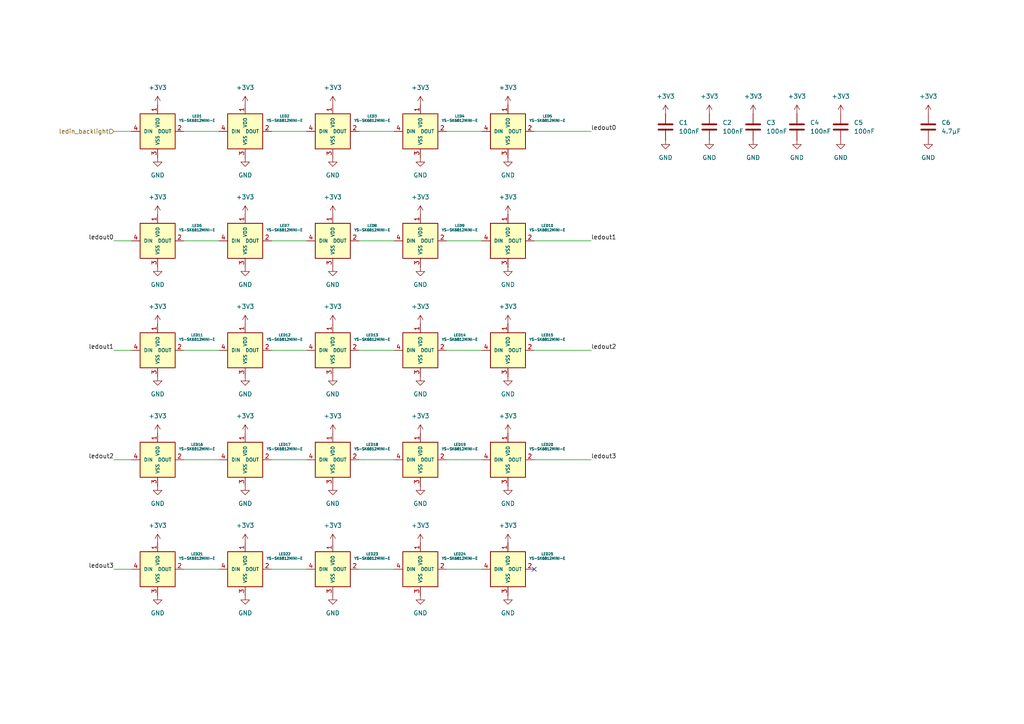
<source format=kicad_sch>
(kicad_sch (version 20231120) (generator "eeschema") (generator_version "8.0")
  (paper "A4")
  (title_block (title "LED key backlight") (date "2024-11-18") (rev "v0.99") (company "Robo productions"))
  (lib_symbols
    (symbol "Device:C" (pin_numbers hide) (pin_names (offset 0.254))
      (property "Reference" "C" (at 0.635 2.54 0))
      (property "Value" "C" (at 0.635 -2.54 0))
      (symbol "C_0_1"
        (polyline (pts (xy -2.032 -0.762) (xy 2.032 -0.762)) (stroke (width 0.508)))
        (polyline (pts (xy -2.032 0.762) (xy 2.032 0.762)) (stroke (width 0.508)))
      )
      (symbol "C_1_1"
        (pin passive line (at 0 3.81 270) (length 2.794) (name "~") (number "1"))
        (pin passive line (at 0 -3.81 90) (length 2.794) (name "~") (number "2"))
      )
    )
    (symbol "Stelarlib:YS-SK6812MINI-E" (pin_names (offset 1.016))
      (property "Reference" "LED" (at 2.54 -7.62 0))
      (property "Value" "YS-SK6812MINI-E" (at 6.35 -6.35 0))
      (symbol "YS-SK6812MINI-E_0_1"
        (rectangle (start -5.08 5.08) (end 5.08 -5.08) (stroke (width 0.254)) (fill (type background)))
      )
      (symbol "YS-SK6812MINI-E_1_1"
        (pin power_in line (at 0 7.62 270) (length 2.54) (name "VDD") (number "1"))
        (pin output line (at 7.62 0 180) (length 2.54) (name "DOUT") (number "2"))
        (pin power_in line (at 0 -7.62 90) (length 2.54) (name "VSS") (number "3"))
        (pin input line (at -7.62 0 0) (length 2.54) (name "DIN") (number "4"))
      )
    )
    (symbol "power:+3V3" (power) (pin_numbers hide) (pin_names (offset 0) hide)
      (property "Value" "+3V3" (at 0 3.556 0))
      (symbol "+3V3_0_1"
        (polyline (pts (xy -0.762 1.27) (xy 0 2.54)))
        (polyline (pts (xy 0 0) (xy 0 2.54)))
        (polyline (pts (xy 0 2.54) (xy 0.762 1.27)))
      )
      (symbol "+3V3_1_1"
        (pin power_in line (at 0 0 90) (length 0) (name "~") (number "1"))
      )
    )
    (symbol "power:GND" (power) (pin_numbers hide) (pin_names (offset 0) hide)
      (property "Value" "GND" (at 0 -3.81 0))
      (symbol "GND_0_1"
        (polyline (pts (xy 0 0) (xy 0 -1.27) (xy 1.27 -1.27) (xy 0 -2.54) (xy -1.27 -1.27) (xy 0 -1.27)))
      )
      (symbol "GND_1_1"
        (pin power_in line (at 0 0 270) (length 0) (name "~") (number "1"))
      )
    )
  )
  (no_connect (at 154.94 165.1))
  (wire (pts (xy 104.14 165.1) (xy 114.3 165.1)))
  (wire (pts (xy 78.74 38.1) (xy 88.9 38.1)))
  (wire (pts (xy 104.14 38.1) (xy 114.3 38.1)))
  (wire (pts (xy 78.74 165.1) (xy 88.9 165.1)))
  (wire (pts (xy 78.74 133.35) (xy 88.9 133.35)))
  (wire (pts (xy 53.34 101.6) (xy 63.5 101.6)))
  (wire (pts (xy 78.74 69.85) (xy 88.9 69.85)))
  (wire (pts (xy 33.02 165.1) (xy 38.1 165.1)))
  (wire (pts (xy 104.14 133.35) (xy 114.3 133.35)))
  (wire (pts (xy 53.34 133.35) (xy 63.5 133.35)))
  (wire (pts (xy 104.14 69.85) (xy 114.3 69.85)))
  (wire (pts (xy 33.02 69.85) (xy 38.1 69.85)))
  (wire (pts (xy 53.34 165.1) (xy 63.5 165.1)))
  (wire (pts (xy 129.54 38.1) (xy 139.7 38.1)))
  (wire (pts (xy 33.02 101.6) (xy 38.1 101.6)))
  (wire (pts (xy 53.34 69.85) (xy 63.5 69.85)))
  (wire (pts (xy 154.94 38.1) (xy 171.45 38.1)))
  (wire (pts (xy 129.54 69.85) (xy 139.7 69.85)))
  (wire (pts (xy 33.02 133.35) (xy 38.1 133.35)))
  (wire (pts (xy 154.94 69.85) (xy 171.45 69.85)))
  (wire (pts (xy 53.34 38.1) (xy 63.5 38.1)))
  (wire (pts (xy 78.74 101.6) (xy 88.9 101.6)))
  (wire (pts (xy 129.54 133.35) (xy 139.7 133.35)))
  (wire (pts (xy 154.94 101.6) (xy 171.45 101.6)))
  (wire (pts (xy 154.94 133.35) (xy 171.45 133.35)))
  (wire (pts (xy 129.54 101.6) (xy 139.7 101.6)))
  (wire (pts (xy 129.54 165.1) (xy 139.7 165.1)))
  (wire (pts (xy 104.14 101.6) (xy 114.3 101.6)))
  (wire (pts (xy 33.02 38.1) (xy 38.1 38.1)))
  (label "ledout0" (at 171.45 38.1 0))
  (label "ledout2" (at 33.02 133.35 180))
  (label "ledout1" (at 171.45 69.85 0))
  (label "ledout3" (at 171.45 133.35 0))
  (label "ledout3" (at 33.02 165.1 180))
  (label "ledout1" (at 33.02 101.6 180))
  (label "ledout2" (at 171.45 101.6 0))
  (label "ledout0" (at 33.02 69.85 180))
  (hierarchical_label "ledin_backlight" (shape input) (at 33.02 38.1 180))
  (symbol (lib_id "power:GND") (at 71.12 140.97 0) (unit 1)
    (property "Reference" "#PWR065" (effects (hide yes)))
    (property "Value" "GND" (at 71.12 146.05 0))
    (property "Description" "Power symbol creates a global label with name \"GND\" , ground" (effects (hide yes)))
  )
  (symbol (lib_id "power:GND") (at 121.92 109.22 0) (unit 1)
    (property "Reference" "#PWR057" (effects (hide yes)))
    (property "Value" "GND" (at 121.92 114.3 0))
    (property "Description" "Power symbol creates a global label with name \"GND\" , ground" (effects (hide yes)))
  )
  (symbol (lib_id "power:+3V3") (at 121.92 93.98 0) (unit 1)
    (property "Reference" "#PWR052" (effects (hide yes)))
    (property "Value" "+3V3" (at 121.92 88.9 0))
    (property "Description" "Power symbol creates a global label with name \"+3V3\"" (effects (hide yes)))
  )
  (symbol (lib_id "power:+3V3") (at 147.32 30.48 0) (unit 1)
    (property "Reference" "#PWR021" (effects (hide yes)))
    (property "Value" "+3V3" (at 147.32 25.4 0))
    (property "Description" "Power symbol creates a global label with name \"+3V3\"" (effects (hide yes)))
  )
  (symbol (lib_id "Stelarlib:YS-SK6812MINI-E") (at 45.72 133.35 0) (unit 1)
    (property "Reference" "LED16" (at 57.15 128.9365 0) (effects (font (size 0.7366 0.7366))))
    (property "Value" "YS-SK6812MINI-E" (at 57.15 130.2065 0) (effects (font (size 0.7366 0.7366))))
    (property "Footprint" "Stellarlib:YS-SK6812MINI-E" (effects (hide yes)))
  )
  (symbol (lib_id "power:+3V3") (at 147.32 125.73 0) (unit 1)
    (property "Reference" "#PWR063" (effects (hide yes)))
    (property "Value" "+3V3" (at 147.32 120.65 0))
    (property "Description" "Power symbol creates a global label with name \"+3V3\"" (effects (hide yes)))
  )
  (symbol (lib_id "power:GND") (at 147.32 140.97 0) (unit 1)
    (property "Reference" "#PWR068" (effects (hide yes)))
    (property "Value" "GND" (at 147.32 146.05 0))
    (property "Description" "Power symbol creates a global label with name \"GND\" , ground" (effects (hide yes)))
  )
  (symbol (lib_id "Stelarlib:YS-SK6812MINI-E") (at 96.52 38.1 0) (unit 1)
    (property "Reference" "LED3" (at 107.95 33.6865 0) (effects (font (size 0.7366 0.7366))))
    (property "Value" "YS-SK6812MINI-E" (at 107.95 34.9565 0) (effects (font (size 0.7366 0.7366))))
    (property "Footprint" "Stellarlib:YS-SK6812MINI-E" (effects (hide yes)))
  )
  (symbol (lib_id "Stelarlib:YS-SK6812MINI-E") (at 121.92 133.35 0) (unit 1)
    (property "Reference" "LED19" (at 133.35 128.9365 0) (effects (font (size 0.7366 0.7366))))
    (property "Value" "YS-SK6812MINI-E" (at 133.35 130.2065 0) (effects (font (size 0.7366 0.7366))))
    (property "Footprint" "Stellarlib:YS-SK6812MINI-E" (effects (hide yes)))
  )
  (symbol (lib_id "power:+3V3") (at 193.04 33.02 0) (unit 1)
    (property "Reference" "#PWR022" (effects (hide yes)))
    (property "Value" "+3V3" (at 193.04 27.94 0))
    (property "Description" "Power symbol creates a global label with name \"+3V3\"" (effects (hide yes)))
  )
  (symbol (lib_id "Stelarlib:YS-SK6812MINI-E") (at 147.32 165.1 0) (unit 1)
    (property "Reference" "LED25" (at 158.75 160.6865 0) (effects (font (size 0.7366 0.7366))))
    (property "Value" "YS-SK6812MINI-E" (at 158.75 161.9565 0) (effects (font (size 0.7366 0.7366))))
    (property "Footprint" "Stellarlib:YS-SK6812MINI-E" (effects (hide yes)))
  )
  (symbol (lib_id "power:+3V3") (at 96.52 93.98 0) (unit 1)
    (property "Reference" "#PWR051" (effects (hide yes)))
    (property "Value" "+3V3" (at 96.52 88.9 0))
    (property "Description" "Power symbol creates a global label with name \"+3V3\"" (effects (hide yes)))
  )
  (symbol (lib_id "power:GND") (at 45.72 77.47 0) (unit 1)
    (property "Reference" "#PWR044" (effects (hide yes)))
    (property "Value" "GND" (at 45.72 82.55 0))
    (property "Description" "Power symbol creates a global label with name \"GND\" , ground" (effects (hide yes)))
  )
  (symbol (lib_id "power:GND") (at 45.72 140.97 0) (unit 1)
    (property "Reference" "#PWR064" (effects (hide yes)))
    (property "Value" "GND" (at 45.72 146.05 0))
    (property "Description" "Power symbol creates a global label with name \"GND\" , ground" (effects (hide yes)))
  )
  (symbol (lib_id "Device:C") (at 243.84 36.83 0) (unit 1)
    (property "Reference" "C5" (at 247.65 35.5599 0) (effects (justify left)))
    (property "Value" "100nF" (at 247.65 38.0999 0) (effects (justify left)))
    (property "Footprint" "Capacitor_SMD:C_0805_2012Metric" (effects (hide yes)))
    (property "Description" "Unpolarized capacitor" (effects (hide yes)))
  )
  (symbol (lib_id "power:+3V3") (at 218.44 33.02 0) (unit 1)
    (property "Reference" "#PWR024" (effects (hide yes)))
    (property "Value" "+3V3" (at 218.44 27.94 0))
    (property "Description" "Power symbol creates a global label with name \"+3V3\"" (effects (hide yes)))
  )
  (symbol (lib_id "power:GND") (at 71.12 77.47 0) (unit 1)
    (property "Reference" "#PWR045" (effects (hide yes)))
    (property "Value" "GND" (at 71.12 82.55 0))
    (property "Description" "Power symbol creates a global label with name \"GND\" , ground" (effects (hide yes)))
  )
  (symbol (lib_id "power:+3V3") (at 243.84 33.02 0) (unit 1)
    (property "Reference" "#PWR026" (effects (hide yes)))
    (property "Value" "+3V3" (at 243.84 27.94 0))
    (property "Description" "Power symbol creates a global label with name \"+3V3\"" (effects (hide yes)))
  )
  (symbol (lib_id "power:GND") (at 121.92 77.47 0) (unit 1)
    (property "Reference" "#PWR047" (effects (hide yes)))
    (property "Value" "GND" (at 121.92 82.55 0))
    (property "Description" "Power symbol creates a global label with name \"GND\" , ground" (effects (hide yes)))
  )
  (symbol (lib_id "power:+3V3") (at 96.52 30.48 0) (unit 1)
    (property "Reference" "#PWR019" (effects (hide yes)))
    (property "Value" "+3V3" (at 96.52 25.4 0))
    (property "Description" "Power symbol creates a global label with name \"+3V3\"" (effects (hide yes)))
  )
  (symbol (lib_id "Stelarlib:YS-SK6812MINI-E") (at 96.52 101.6 0) (unit 1)
    (property "Reference" "LED13" (at 107.95 97.1865 0) (effects (font (size 0.7366 0.7366))))
    (property "Value" "YS-SK6812MINI-E" (at 107.95 98.4565 0) (effects (font (size 0.7366 0.7366))))
    (property "Footprint" "Stellarlib:YS-SK6812MINI-E" (effects (hide yes)))
  )
  (symbol (lib_id "power:GND") (at 45.72 109.22 0) (unit 1)
    (property "Reference" "#PWR054" (effects (hide yes)))
    (property "Value" "GND" (at 45.72 114.3 0))
    (property "Description" "Power symbol creates a global label with name \"GND\" , ground" (effects (hide yes)))
  )
  (symbol (lib_id "power:+3V3") (at 96.52 157.48 0) (unit 1)
    (property "Reference" "#PWR071" (effects (hide yes)))
    (property "Value" "+3V3" (at 96.52 152.4 0))
    (property "Description" "Power symbol creates a global label with name \"+3V3\"" (effects (hide yes)))
  )
  (symbol (lib_id "power:GND") (at 147.32 109.22 0) (unit 1)
    (property "Reference" "#PWR058" (effects (hide yes)))
    (property "Value" "GND" (at 147.32 114.3 0))
    (property "Description" "Power symbol creates a global label with name \"GND\" , ground" (effects (hide yes)))
  )
  (symbol (lib_id "power:+3V3") (at 71.12 157.48 0) (unit 1)
    (property "Reference" "#PWR070" (effects (hide yes)))
    (property "Value" "+3V3" (at 71.12 152.4 0))
    (property "Description" "Power symbol creates a global label with name \"+3V3\"" (effects (hide yes)))
  )
  (symbol (lib_id "power:+3V3") (at 269.24 33.02 0) (unit 1)
    (property "Reference" "#PWR027" (effects (hide yes)))
    (property "Value" "+3V3" (at 269.24 27.94 0))
    (property "Description" "Power symbol creates a global label with name \"+3V3\"" (effects (hide yes)))
  )
  (symbol (lib_id "power:GND") (at 121.92 172.72 0) (unit 1)
    (property "Reference" "#PWR077" (effects (hide yes)))
    (property "Value" "GND" (at 121.92 177.8 0))
    (property "Description" "Power symbol creates a global label with name \"GND\" , ground" (effects (hide yes)))
  )
  (symbol (lib_id "power:GND") (at 218.44 40.64 0) (unit 1)
    (property "Reference" "#PWR030" (effects (hide yes)))
    (property "Value" "GND" (at 218.44 45.72 0))
    (property "Description" "Power symbol creates a global label with name \"GND\" , ground" (effects (hide yes)))
  )
  (symbol (lib_id "Stelarlib:YS-SK6812MINI-E") (at 147.32 69.85 0) (unit 1)
    (property "Reference" "LED10" (at 158.75 65.4365 0) (effects (font (size 0.7366 0.7366))))
    (property "Value" "YS-SK6812MINI-E" (at 158.75 66.7065 0) (effects (font (size 0.7366 0.7366))))
    (property "Footprint" "Stellarlib:YS-SK6812MINI-E" (effects (hide yes)))
  )
  (symbol (lib_id "Device:C") (at 218.44 36.83 0) (unit 1)
    (property "Reference" "C3" (at 222.25 35.5599 0) (effects (justify left)))
    (property "Value" "100nF" (at 222.25 38.0999 0) (effects (justify left)))
    (property "Footprint" "Capacitor_SMD:C_0805_2012Metric" (effects (hide yes)))
    (property "Description" "Unpolarized capacitor" (effects (hide yes)))
  )
  (symbol (lib_id "power:+3V3") (at 45.72 157.48 0) (unit 1)
    (property "Reference" "#PWR069" (effects (hide yes)))
    (property "Value" "+3V3" (at 45.72 152.4 0))
    (property "Description" "Power symbol creates a global label with name \"+3V3\"" (effects (hide yes)))
  )
  (symbol (lib_id "Stelarlib:YS-SK6812MINI-E") (at 45.72 165.1 0) (unit 1)
    (property "Reference" "LED21" (at 57.15 160.6865 0) (effects (font (size 0.7366 0.7366))))
    (property "Value" "YS-SK6812MINI-E" (at 57.15 161.9565 0) (effects (font (size 0.7366 0.7366))))
    (property "Footprint" "Stellarlib:YS-SK6812MINI-E" (effects (hide yes)))
  )
  (symbol (lib_id "power:+3V3") (at 231.14 33.02 0) (unit 1)
    (property "Reference" "#PWR025" (effects (hide yes)))
    (property "Value" "+3V3" (at 231.14 27.94 0))
    (property "Description" "Power symbol creates a global label with name \"+3V3\"" (effects (hide yes)))
  )
  (symbol (lib_id "power:GND") (at 147.32 45.72 0) (unit 1)
    (property "Reference" "#PWR038" (effects (hide yes)))
    (property "Value" "GND" (at 147.32 50.8 0))
    (property "Description" "Power symbol creates a global label with name \"GND\" , ground" (effects (hide yes)))
  )
  (symbol (lib_id "power:+3V3") (at 71.12 62.23 0) (unit 1)
    (property "Reference" "#PWR040" (effects (hide yes)))
    (property "Value" "+3V3" (at 71.12 57.15 0))
    (property "Description" "Power symbol creates a global label with name \"+3V3\"" (effects (hide yes)))
  )
  (symbol (lib_id "power:GND") (at 147.32 77.47 0) (unit 1)
    (property "Reference" "#PWR048" (effects (hide yes)))
    (property "Value" "GND" (at 147.32 82.55 0))
    (property "Description" "Power symbol creates a global label with name \"GND\" , ground" (effects (hide yes)))
  )
  (symbol (lib_id "power:GND") (at 71.12 109.22 0) (unit 1)
    (property "Reference" "#PWR055" (effects (hide yes)))
    (property "Value" "GND" (at 71.12 114.3 0))
    (property "Description" "Power symbol creates a global label with name \"GND\" , ground" (effects (hide yes)))
  )
  (symbol (lib_id "power:GND") (at 96.52 140.97 0) (unit 1)
    (property "Reference" "#PWR066" (effects (hide yes)))
    (property "Value" "GND" (at 96.52 146.05 0))
    (property "Description" "Power symbol creates a global label with name \"GND\" , ground" (effects (hide yes)))
  )
  (symbol (lib_id "power:+3V3") (at 71.12 125.73 0) (unit 1)
    (property "Reference" "#PWR060" (effects (hide yes)))
    (property "Value" "+3V3" (at 71.12 120.65 0))
    (property "Description" "Power symbol creates a global label with name \"+3V3\"" (effects (hide yes)))
  )
  (symbol (lib_id "Stelarlib:YS-SK6812MINI-E") (at 121.92 101.6 0) (unit 1)
    (property "Reference" "LED14" (at 133.35 97.1865 0) (effects (font (size 0.7366 0.7366))))
    (property "Value" "YS-SK6812MINI-E" (at 133.35 98.4565 0) (effects (font (size 0.7366 0.7366))))
    (property "Footprint" "Stellarlib:YS-SK6812MINI-E" (effects (hide yes)))
  )
  (symbol (lib_id "power:GND") (at 45.72 45.72 0) (unit 1)
    (property "Reference" "#PWR034" (effects (hide yes)))
    (property "Value" "GND" (at 45.72 50.8 0))
    (property "Description" "Power symbol creates a global label with name \"GND\" , ground" (effects (hide yes)))
  )
  (symbol (lib_id "power:GND") (at 71.12 172.72 0) (unit 1)
    (property "Reference" "#PWR075" (effects (hide yes)))
    (property "Value" "GND" (at 71.12 177.8 0))
    (property "Description" "Power symbol creates a global label with name \"GND\" , ground" (effects (hide yes)))
  )
  (symbol (lib_id "power:GND") (at 96.52 45.72 0) (unit 1)
    (property "Reference" "#PWR036" (effects (hide yes)))
    (property "Value" "GND" (at 96.52 50.8 0))
    (property "Description" "Power symbol creates a global label with name \"GND\" , ground" (effects (hide yes)))
  )
  (symbol (lib_id "power:GND") (at 205.74 40.64 0) (unit 1)
    (property "Reference" "#PWR029" (effects (hide yes)))
    (property "Value" "GND" (at 205.74 45.72 0))
    (property "Description" "Power symbol creates a global label with name \"GND\" , ground" (effects (hide yes)))
  )
  (symbol (lib_id "Stelarlib:YS-SK6812MINI-E") (at 45.72 69.85 0) (unit 1)
    (property "Reference" "LED6" (at 57.15 65.4365 0) (effects (font (size 0.7366 0.7366))))
    (property "Value" "YS-SK6812MINI-E" (at 57.15 66.7065 0) (effects (font (size 0.7366 0.7366))))
    (property "Footprint" "Stellarlib:YS-SK6812MINI-E" (effects (hide yes)))
  )
  (symbol (lib_id "Stelarlib:YS-SK6812MINI-E") (at 96.52 133.35 0) (unit 1)
    (property "Reference" "LED18" (at 107.95 128.9365 0) (effects (font (size 0.7366 0.7366))))
    (property "Value" "YS-SK6812MINI-E" (at 107.95 130.2065 0) (effects (font (size 0.7366 0.7366))))
    (property "Footprint" "Stellarlib:YS-SK6812MINI-E" (effects (hide yes)))
  )
  (symbol (lib_id "power:+3V3") (at 121.92 30.48 0) (unit 1)
    (property "Reference" "#PWR020" (effects (hide yes)))
    (property "Value" "+3V3" (at 121.92 25.4 0))
    (property "Description" "Power symbol creates a global label with name \"+3V3\"" (effects (hide yes)))
  )
  (symbol (lib_id "power:GND") (at 231.14 40.64 0) (unit 1)
    (property "Reference" "#PWR031" (effects (hide yes)))
    (property "Value" "GND" (at 231.14 45.72 0))
    (property "Description" "Power symbol creates a global label with name \"GND\" , ground" (effects (hide yes)))
  )
  (symbol (lib_id "Stelarlib:YS-SK6812MINI-E") (at 147.32 38.1 0) (unit 1)
    (property "Reference" "LED5" (at 158.75 33.6865 0) (effects (font (size 0.7366 0.7366))))
    (property "Value" "YS-SK6812MINI-E" (at 158.75 34.9565 0) (effects (font (size 0.7366 0.7366))))
    (property "Footprint" "Stellarlib:YS-SK6812MINI-E" (effects (hide yes)))
  )
  (symbol (lib_id "Stelarlib:YS-SK6812MINI-E") (at 71.12 133.35 0) (unit 1)
    (property "Reference" "LED17" (at 82.55 128.9365 0) (effects (font (size 0.7366 0.7366))))
    (property "Value" "YS-SK6812MINI-E" (at 82.55 130.2065 0) (effects (font (size 0.7366 0.7366))))
    (property "Footprint" "Stellarlib:YS-SK6812MINI-E" (effects (hide yes)))
  )
  (symbol (lib_id "Stelarlib:YS-SK6812MINI-E") (at 71.12 38.1 0) (unit 1)
    (property "Reference" "LED2" (at 82.55 33.6865 0) (effects (font (size 0.7366 0.7366))))
    (property "Value" "YS-SK6812MINI-E" (at 82.55 34.9565 0) (effects (font (size 0.7366 0.7366))))
    (property "Footprint" "Stellarlib:YS-SK6812MINI-E" (effects (hide yes)))
  )
  (symbol (lib_id "Device:C") (at 269.24 36.83 0) (unit 1)
    (property "Reference" "C6" (at 273.05 35.5599 0) (effects (justify left)))
    (property "Value" "4.7μF" (at 273.05 38.0999 0) (effects (justify left)))
    (property "Footprint" "Capacitor_SMD:C_0805_2012Metric" (effects (hide yes)))
    (property "Description" "Unpolarized capacitor" (effects (hide yes)))
  )
  (symbol (lib_id "power:+3V3") (at 45.72 62.23 0) (unit 1)
    (property "Reference" "#PWR039" (effects (hide yes)))
    (property "Value" "+3V3" (at 45.72 57.15 0))
    (property "Description" "Power symbol creates a global label with name \"+3V3\"" (effects (hide yes)))
  )
  (symbol (lib_id "Stelarlib:YS-SK6812MINI-E") (at 147.32 101.6 0) (unit 1)
    (property "Reference" "LED15" (at 158.75 97.1865 0) (effects (font (size 0.7366 0.7366))))
    (property "Value" "YS-SK6812MINI-E" (at 158.75 98.4565 0) (effects (font (size 0.7366 0.7366))))
    (property "Footprint" "Stellarlib:YS-SK6812MINI-E" (effects (hide yes)))
  )
  (symbol (lib_id "power:GND") (at 243.84 40.64 0) (unit 1)
    (property "Reference" "#PWR032" (effects (hide yes)))
    (property "Value" "GND" (at 243.84 45.72 0))
    (property "Description" "Power symbol creates a global label with name \"GND\" , ground" (effects (hide yes)))
  )
  (symbol (lib_id "Stelarlib:YS-SK6812MINI-E") (at 96.52 165.1 0) (unit 1)
    (property "Reference" "LED23" (at 107.95 160.6865 0) (effects (font (size 0.7366 0.7366))))
    (property "Value" "YS-SK6812MINI-E" (at 107.95 161.9565 0) (effects (font (size 0.7366 0.7366))))
    (property "Footprint" "Stellarlib:YS-SK6812MINI-E" (effects (hide yes)))
  )
  (symbol (lib_id "power:GND") (at 71.12 45.72 0) (unit 1)
    (property "Reference" "#PWR035" (effects (hide yes)))
    (property "Value" "GND" (at 71.12 50.8 0))
    (property "Description" "Power symbol creates a global label with name \"GND\" , ground" (effects (hide yes)))
  )
  (symbol (lib_id "power:+3V3") (at 147.32 62.23 0) (unit 1)
    (property "Reference" "#PWR043" (effects (hide yes)))
    (property "Value" "+3V3" (at 147.32 57.15 0))
    (property "Description" "Power symbol creates a global label with name \"+3V3\"" (effects (hide yes)))
  )
  (symbol (lib_id "power:+3V3") (at 71.12 30.48 0) (unit 1)
    (property "Reference" "#PWR018" (effects (hide yes)))
    (property "Value" "+3V3" (at 71.12 25.4 0))
    (property "Description" "Power symbol creates a global label with name \"+3V3\"" (effects (hide yes)))
  )
  (symbol (lib_id "Stelarlib:YS-SK6812MINI-E") (at 147.32 133.35 0) (unit 1)
    (property "Reference" "LED20" (at 158.75 128.9365 0) (effects (font (size 0.7366 0.7366))))
    (property "Value" "YS-SK6812MINI-E" (at 158.75 130.2065 0) (effects (font (size 0.7366 0.7366))))
    (property "Footprint" "Stellarlib:YS-SK6812MINI-E" (effects (hide yes)))
  )
  (symbol (lib_id "Stelarlib:YS-SK6812MINI-E") (at 71.12 101.6 0) (unit 1)
    (property "Reference" "LED12" (at 82.55 97.1865 0) (effects (font (size 0.7366 0.7366))))
    (property "Value" "YS-SK6812MINI-E" (at 82.55 98.4565 0) (effects (font (size 0.7366 0.7366))))
    (property "Footprint" "Stellarlib:YS-SK6812MINI-E" (effects (hide yes)))
  )
  (symbol (lib_id "power:GND") (at 147.32 172.72 0) (unit 1)
    (property "Reference" "#PWR078" (effects (hide yes)))
    (property "Value" "GND" (at 147.32 177.8 0))
    (property "Description" "Power symbol creates a global label with name \"GND\" , ground" (effects (hide yes)))
  )
  (symbol (lib_id "Stelarlib:YS-SK6812MINI-E") (at 121.92 38.1 0) (unit 1)
    (property "Reference" "LED4" (at 133.35 33.6865 0) (effects (font (size 0.7366 0.7366))))
    (property "Value" "YS-SK6812MINI-E" (at 133.35 34.9565 0) (effects (font (size 0.7366 0.7366))))
    (property "Footprint" "Stellarlib:YS-SK6812MINI-E" (effects (hide yes)))
  )
  (symbol (lib_id "power:GND") (at 96.52 109.22 0) (unit 1)
    (property "Reference" "#PWR056" (effects (hide yes)))
    (property "Value" "GND" (at 96.52 114.3 0))
    (property "Description" "Power symbol creates a global label with name \"GND\" , ground" (effects (hide yes)))
  )
  (symbol (lib_id "power:+3V3") (at 121.92 157.48 0) (unit 1)
    (property "Reference" "#PWR072" (effects (hide yes)))
    (property "Value" "+3V3" (at 121.92 152.4 0))
    (property "Description" "Power symbol creates a global label with name \"+3V3\"" (effects (hide yes)))
  )
  (symbol (lib_id "power:+3V3") (at 71.12 93.98 0) (unit 1)
    (property "Reference" "#PWR050" (effects (hide yes)))
    (property "Value" "+3V3" (at 71.12 88.9 0))
    (property "Description" "Power symbol creates a global label with name \"+3V3\"" (effects (hide yes)))
  )
  (symbol (lib_id "power:+3V3") (at 147.32 93.98 0) (unit 1)
    (property "Reference" "#PWR053" (effects (hide yes)))
    (property "Value" "+3V3" (at 147.32 88.9 0))
    (property "Description" "Power symbol creates a global label with name \"+3V3\"" (effects (hide yes)))
  )
  (symbol (lib_id "power:+3V3") (at 45.72 30.48 0) (unit 1)
    (property "Reference" "#PWR017" (effects (hide yes)))
    (property "Value" "+3V3" (at 45.72 25.4 0))
    (property "Description" "Power symbol creates a global label with name \"+3V3\"" (effects (hide yes)))
  )
  (symbol (lib_id "power:GND") (at 121.92 45.72 0) (unit 1)
    (property "Reference" "#PWR037" (effects (hide yes)))
    (property "Value" "GND" (at 121.92 50.8 0))
    (property "Description" "Power symbol creates a global label with name \"GND\" , ground" (effects (hide yes)))
  )
  (symbol (lib_id "power:+3V3") (at 121.92 125.73 0) (unit 1)
    (property "Reference" "#PWR062" (effects (hide yes)))
    (property "Value" "+3V3" (at 121.92 120.65 0))
    (property "Description" "Power symbol creates a global label with name \"+3V3\"" (effects (hide yes)))
  )
  (symbol (lib_id "power:+3V3") (at 121.92 62.23 0) (unit 1)
    (property "Reference" "#PWR042" (effects (hide yes)))
    (property "Value" "+3V3" (at 121.92 57.15 0))
    (property "Description" "Power symbol creates a global label with name \"+3V3\"" (effects (hide yes)))
  )
  (symbol (lib_id "Stelarlib:YS-SK6812MINI-E") (at 45.72 101.6 0) (unit 1)
    (property "Reference" "LED11" (at 57.15 97.1865 0) (effects (font (size 0.7366 0.7366))))
    (property "Value" "YS-SK6812MINI-E" (at 57.15 98.4565 0) (effects (font (size 0.7366 0.7366))))
    (property "Footprint" "Stellarlib:YS-SK6812MINI-E" (effects (hide yes)))
  )
  (symbol (lib_id "Stelarlib:YS-SK6812MINI-E") (at 45.72 38.1 0) (unit 1)
    (property "Reference" "LED1" (at 57.15 33.6865 0) (effects (font (size 0.7366 0.7366))))
    (property "Value" "YS-SK6812MINI-E" (at 57.15 34.9565 0) (effects (font (size 0.7366 0.7366))))
    (property "Footprint" "Stellarlib:YS-SK6812MINI-E" (effects (hide yes)))
  )
  (symbol (lib_id "Device:C") (at 205.74 36.83 0) (unit 1)
    (property "Reference" "C2" (at 209.55 35.5599 0) (effects (justify left)))
    (property "Value" "100nF" (at 209.55 38.0999 0) (effects (justify left)))
    (property "Footprint" "Capacitor_SMD:C_0805_2012Metric" (effects (hide yes)))
    (property "Description" "Unpolarized capacitor" (effects (hide yes)))
  )
  (symbol (lib_id "Stelarlib:YS-SK6812MINI-E") (at 71.12 165.1 0) (unit 1)
    (property "Reference" "LED22" (at 82.55 160.6865 0) (effects (font (size 0.7366 0.7366))))
    (property "Value" "YS-SK6812MINI-E" (at 82.55 161.9565 0) (effects (font (size 0.7366 0.7366))))
    (property "Footprint" "Stellarlib:YS-SK6812MINI-E" (effects (hide yes)))
  )
  (symbol (lib_id "Device:C") (at 231.14 36.83 0) (unit 1)
    (property "Reference" "C4" (at 234.95 35.5599 0) (effects (justify left)))
    (property "Value" "100nF" (at 234.95 38.0999 0) (effects (justify left)))
    (property "Footprint" "Capacitor_SMD:C_0805_2012Metric" (effects (hide yes)))
    (property "Description" "Unpolarized capacitor" (effects (hide yes)))
  )
  (symbol (lib_id "power:GND") (at 45.72 172.72 0) (unit 1)
    (property "Reference" "#PWR074" (effects (hide yes)))
    (property "Value" "GND" (at 45.72 177.8 0))
    (property "Description" "Power symbol creates a global label with name \"GND\" , ground" (effects (hide yes)))
  )
  (symbol (lib_id "power:+3V3") (at 96.52 125.73 0) (unit 1)
    (property "Reference" "#PWR061" (effects (hide yes)))
    (property "Value" "+3V3" (at 96.52 120.65 0))
    (property "Description" "Power symbol creates a global label with name \"+3V3\"" (effects (hide yes)))
  )
  (symbol (lib_id "power:GND") (at 121.92 140.97 0) (unit 1)
    (property "Reference" "#PWR067" (effects (hide yes)))
    (property "Value" "GND" (at 121.92 146.05 0))
    (property "Description" "Power symbol creates a global label with name \"GND\" , ground" (effects (hide yes)))
  )
  (symbol (lib_id "power:GND") (at 96.52 77.47 0) (unit 1)
    (property "Reference" "#PWR046" (effects (hide yes)))
    (property "Value" "GND" (at 96.52 82.55 0))
    (property "Description" "Power symbol creates a global label with name \"GND\" , ground" (effects (hide yes)))
  )
  (symbol (lib_id "power:+3V3") (at 96.52 62.23 0) (unit 1)
    (property "Reference" "#PWR041" (effects (hide yes)))
    (property "Value" "+3V3" (at 96.52 57.15 0))
    (property "Description" "Power symbol creates a global label with name \"+3V3\"" (effects (hide yes)))
  )
  (symbol (lib_id "power:+3V3") (at 205.74 33.02 0) (unit 1)
    (property "Reference" "#PWR023" (effects (hide yes)))
    (property "Value" "+3V3" (at 205.74 27.94 0))
    (property "Description" "Power symbol creates a global label with name \"+3V3\"" (effects (hide yes)))
  )
  (symbol (lib_id "power:GND") (at 193.04 40.64 0) (unit 1)
    (property "Reference" "#PWR028" (effects (hide yes)))
    (property "Value" "GND" (at 193.04 45.72 0))
    (property "Description" "Power symbol creates a global label with name \"GND\" , ground" (effects (hide yes)))
  )
  (symbol (lib_id "Stelarlib:YS-SK6812MINI-E") (at 121.92 69.85 0) (unit 1)
    (property "Reference" "LED9" (at 133.35 65.4365 0) (effects (font (size 0.7366 0.7366))))
    (property "Value" "YS-SK6812MINI-E" (at 133.35 66.7065 0) (effects (font (size 0.7366 0.7366))))
    (property "Footprint" "Stellarlib:YS-SK6812MINI-E" (effects (hide yes)))
  )
  (symbol (lib_id "power:+3V3") (at 147.32 157.48 0) (unit 1)
    (property "Reference" "#PWR073" (effects (hide yes)))
    (property "Value" "+3V3" (at 147.32 152.4 0))
    (property "Description" "Power symbol creates a global label with name \"+3V3\"" (effects (hide yes)))
  )
  (symbol (lib_id "power:+3V3") (at 45.72 125.73 0) (unit 1)
    (property "Reference" "#PWR059" (effects (hide yes)))
    (property "Value" "+3V3" (at 45.72 120.65 0))
    (property "Description" "Power symbol creates a global label with name \"+3V3\"" (effects (hide yes)))
  )
  (symbol (lib_id "Stelarlib:YS-SK6812MINI-E") (at 121.92 165.1 0) (unit 1)
    (property "Reference" "LED24" (at 133.35 160.6865 0) (effects (font (size 0.7366 0.7366))))
    (property "Value" "YS-SK6812MINI-E" (at 133.35 161.9565 0) (effects (font (size 0.7366 0.7366))))
    (property "Footprint" "Stellarlib:YS-SK6812MINI-E" (effects (hide yes)))
  )
  (symbol (lib_id "Stelarlib:YS-SK6812MINI-E") (at 71.12 69.85 0) (unit 1)
    (property "Reference" "LED7" (at 82.55 65.4365 0) (effects (font (size 0.7366 0.7366))))
    (property "Value" "YS-SK6812MINI-E" (at 82.55 66.7065 0) (effects (font (size 0.7366 0.7366))))
    (property "Footprint" "Stellarlib:YS-SK6812MINI-E" (effects (hide yes)))
  )
  (symbol (lib_id "power:GND") (at 269.24 40.64 0) (unit 1)
    (property "Reference" "#PWR033" (effects (hide yes)))
    (property "Value" "GND" (at 269.24 45.72 0))
    (property "Description" "Power symbol creates a global label with name \"GND\" , ground" (effects (hide yes)))
  )
  (symbol (lib_id "Stelarlib:YS-SK6812MINI-E") (at 96.52 69.85 0) (unit 1)
    (property "Reference" "LED8" (at 107.95 65.4365 0) (effects (font (size 0.7366 0.7366))))
    (property "Value" "YS-SK6812MINI-E" (at 107.95 66.7065 0) (effects (font (size 0.7366 0.7366))))
    (property "Footprint" "Stellarlib:YS-SK6812MINI-E" (effects (hide yes)))
  )
  (symbol (lib_id "Device:C") (at 193.04 36.83 0) (unit 1)
    (property "Reference" "C1" (at 196.85 35.5599 0) (effects (justify left)))
    (property "Value" "100nF" (at 196.85 38.0999 0) (effects (justify left)))
    (property "Footprint" "Capacitor_SMD:C_0805_2012Metric" (effects (hide yes)))
    (property "Description" "Unpolarized capacitor" (effects (hide yes)))
  )
  (symbol (lib_id "power:GND") (at 96.52 172.72 0) (unit 1)
    (property "Reference" "#PWR076" (effects (hide yes)))
    (property "Value" "GND" (at 96.52 177.8 0))
    (property "Description" "Power symbol creates a global label with name \"GND\" , ground" (effects (hide yes)))
  )
  (symbol (lib_id "power:+3V3") (at 45.72 93.98 0) (unit 1)
    (property "Reference" "#PWR049" (effects (hide yes)))
    (property "Value" "+3V3" (at 45.72 88.9 0))
    (property "Description" "Power symbol creates a global label with name \"+3V3\"" (effects (hide yes)))
  )
)
</source>
